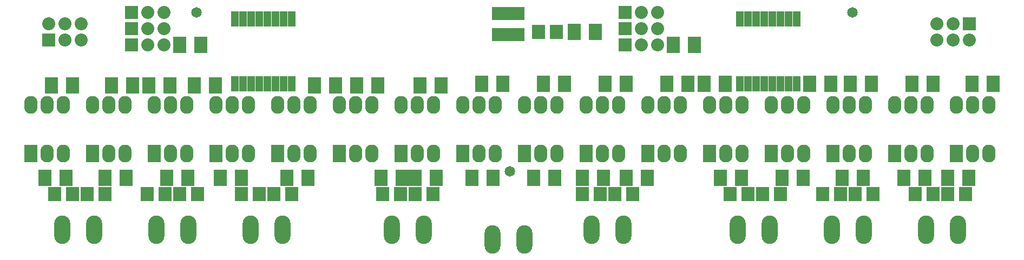
<source format=gts>
G04 (created by PCBNEW-RS274X (2012-01-19 BZR 3256)-stable) date mer. 09 mai 2012 21:58:05 CEST*
G01*
G70*
G90*
%MOIN*%
G04 Gerber Fmt 3.4, Leading zero omitted, Abs format*
%FSLAX34Y34*%
G04 APERTURE LIST*
%ADD10C,0.006000*%
%ADD11R,0.080000X0.080000*%
%ADD12C,0.080000*%
%ADD13R,0.080000X0.100000*%
%ADD14R,0.082000X0.110000*%
%ADD15O,0.082000X0.110000*%
%ADD16R,0.082900X0.090900*%
%ADD17O,0.098000X0.176000*%
%ADD18R,0.100000X0.080000*%
%ADD19R,0.045000X0.095000*%
%ADD20C,0.065000*%
G04 APERTURE END LIST*
G54D10*
G54D11*
X67300Y-47800D03*
G54D12*
X68300Y-47800D03*
X69300Y-47800D03*
G54D11*
X67300Y-46800D03*
G54D12*
X68300Y-46800D03*
X69300Y-46800D03*
G54D11*
X67300Y-45800D03*
G54D12*
X68300Y-45800D03*
X69300Y-45800D03*
G54D13*
X71550Y-47800D03*
X70250Y-47800D03*
G54D14*
X61100Y-54500D03*
G54D15*
X62100Y-54500D03*
X63100Y-54500D03*
X63100Y-51500D03*
X62100Y-51500D03*
X61100Y-51500D03*
G54D14*
X64900Y-54500D03*
G54D15*
X65900Y-54500D03*
X66900Y-54500D03*
X66900Y-51500D03*
X65900Y-51500D03*
X64900Y-51500D03*
G54D14*
X68700Y-54500D03*
G54D15*
X69700Y-54500D03*
X70700Y-54500D03*
X70700Y-51500D03*
X69700Y-51500D03*
X68700Y-51500D03*
G54D14*
X72500Y-54500D03*
G54D15*
X73500Y-54500D03*
X74500Y-54500D03*
X74500Y-51500D03*
X73500Y-51500D03*
X72500Y-51500D03*
G54D14*
X76300Y-54500D03*
G54D15*
X77300Y-54500D03*
X78300Y-54500D03*
X78300Y-51500D03*
X77300Y-51500D03*
X76300Y-51500D03*
G54D14*
X80100Y-54500D03*
G54D15*
X81100Y-54500D03*
X82100Y-54500D03*
X82100Y-51500D03*
X81100Y-51500D03*
X80100Y-51500D03*
G54D14*
X83900Y-54500D03*
G54D15*
X84900Y-54500D03*
X85900Y-54500D03*
X85900Y-51500D03*
X84900Y-51500D03*
X83900Y-51500D03*
G54D14*
X87700Y-54500D03*
G54D15*
X88700Y-54500D03*
X89700Y-54500D03*
X89700Y-51500D03*
X88700Y-51500D03*
X87700Y-51500D03*
G54D13*
X63550Y-50200D03*
X62250Y-50200D03*
X67350Y-50200D03*
X66050Y-50200D03*
X71150Y-50200D03*
X69850Y-50200D03*
X72150Y-50200D03*
X73450Y-50200D03*
X79950Y-50200D03*
X78650Y-50200D03*
X82450Y-50200D03*
X81150Y-50200D03*
X86250Y-50200D03*
X84950Y-50200D03*
X89950Y-50200D03*
X88650Y-50200D03*
X62950Y-56000D03*
X61650Y-56000D03*
X65950Y-56000D03*
X64650Y-56000D03*
X68650Y-56000D03*
X67350Y-56000D03*
X74450Y-56000D03*
X73150Y-56000D03*
X78250Y-56000D03*
X76950Y-56000D03*
X81950Y-56000D03*
X80650Y-56000D03*
X85750Y-56000D03*
X84450Y-56000D03*
X88450Y-56000D03*
X87150Y-56000D03*
X55650Y-56000D03*
X54350Y-56000D03*
X57850Y-56000D03*
X59150Y-56000D03*
G54D14*
X30700Y-54500D03*
G54D15*
X31700Y-54500D03*
X32700Y-54500D03*
X32700Y-51500D03*
X31700Y-51500D03*
X30700Y-51500D03*
G54D14*
X34500Y-54500D03*
G54D15*
X35500Y-54500D03*
X36500Y-54500D03*
X36500Y-51500D03*
X35500Y-51500D03*
X34500Y-51500D03*
G54D14*
X38300Y-54500D03*
G54D15*
X39300Y-54500D03*
X40300Y-54500D03*
X40300Y-51500D03*
X39300Y-51500D03*
X38300Y-51500D03*
G54D14*
X42100Y-54500D03*
G54D15*
X43100Y-54500D03*
X44100Y-54500D03*
X44100Y-51500D03*
X43100Y-51500D03*
X42100Y-51500D03*
G54D14*
X45900Y-54500D03*
G54D15*
X46900Y-54500D03*
X47900Y-54500D03*
X47900Y-51500D03*
X46900Y-51500D03*
X45900Y-51500D03*
G54D14*
X49700Y-54500D03*
G54D15*
X50700Y-54500D03*
X51700Y-54500D03*
X51700Y-51500D03*
X50700Y-51500D03*
X49700Y-51500D03*
G54D14*
X53500Y-54500D03*
G54D15*
X54500Y-54500D03*
X55500Y-54500D03*
X55500Y-51500D03*
X54500Y-51500D03*
X53500Y-51500D03*
G54D14*
X57300Y-54500D03*
G54D15*
X58300Y-54500D03*
X59300Y-54500D03*
X59300Y-51500D03*
X58300Y-51500D03*
X57300Y-51500D03*
G54D13*
X52250Y-56000D03*
X53550Y-56000D03*
X46450Y-56000D03*
X47750Y-56000D03*
X42350Y-56000D03*
X43650Y-56000D03*
X39050Y-56000D03*
X40350Y-56000D03*
X36550Y-56000D03*
X35250Y-56000D03*
X32850Y-56000D03*
X31550Y-56000D03*
X59750Y-50200D03*
X58450Y-50200D03*
X55950Y-50300D03*
X54650Y-50300D03*
X52050Y-50300D03*
X50750Y-50300D03*
X49450Y-50300D03*
X48150Y-50300D03*
X40750Y-50300D03*
X42050Y-50300D03*
X37950Y-50300D03*
X39250Y-50300D03*
X36950Y-50300D03*
X35650Y-50300D03*
X33250Y-50300D03*
X31950Y-50300D03*
G54D16*
X39841Y-57000D03*
X40959Y-57000D03*
X37841Y-57000D03*
X38959Y-57000D03*
X34141Y-57000D03*
X35259Y-57000D03*
X32141Y-57000D03*
X33259Y-57000D03*
G54D17*
X52910Y-59200D03*
X54880Y-59200D03*
X44210Y-59200D03*
X46180Y-59200D03*
X38410Y-59200D03*
X40380Y-59200D03*
X32610Y-59200D03*
X34580Y-59200D03*
X85810Y-59200D03*
X87780Y-59200D03*
X80010Y-59200D03*
X81980Y-59200D03*
X74210Y-59200D03*
X76180Y-59200D03*
X65210Y-59200D03*
X67180Y-59200D03*
G54D16*
X54341Y-57000D03*
X55459Y-57000D03*
X52341Y-57000D03*
X53459Y-57000D03*
X45641Y-57000D03*
X46759Y-57000D03*
X43641Y-57000D03*
X44759Y-57000D03*
X87141Y-57000D03*
X88259Y-57000D03*
X85141Y-57000D03*
X86259Y-57000D03*
X81441Y-57000D03*
X82559Y-57000D03*
X79441Y-57000D03*
X80559Y-57000D03*
X75741Y-57000D03*
X76859Y-57000D03*
X73741Y-57000D03*
X74859Y-57000D03*
X66641Y-57000D03*
X67759Y-57000D03*
X64641Y-57000D03*
X65759Y-57000D03*
G54D18*
X60600Y-45850D03*
X60600Y-47150D03*
X59600Y-45850D03*
X59600Y-47150D03*
G54D11*
X31800Y-47500D03*
G54D12*
X31800Y-46500D03*
X32800Y-47500D03*
X32800Y-46500D03*
X33800Y-47500D03*
X33800Y-46500D03*
G54D11*
X88500Y-46500D03*
G54D12*
X88500Y-47500D03*
X87500Y-46500D03*
X87500Y-47500D03*
X86500Y-46500D03*
X86500Y-47500D03*
G54D17*
X59110Y-59800D03*
X61080Y-59800D03*
G54D11*
X36900Y-47800D03*
G54D12*
X37900Y-47800D03*
X38900Y-47800D03*
G54D11*
X36900Y-46800D03*
G54D12*
X37900Y-46800D03*
X38900Y-46800D03*
G54D11*
X36900Y-45800D03*
G54D12*
X37900Y-45800D03*
X38900Y-45800D03*
G54D13*
X41150Y-47800D03*
X39850Y-47800D03*
G54D19*
X46750Y-46200D03*
X46250Y-46200D03*
X45750Y-46200D03*
X45250Y-46200D03*
X44750Y-46200D03*
X44250Y-46200D03*
X43750Y-46200D03*
X43250Y-46200D03*
X43250Y-50200D03*
X43750Y-50200D03*
X44250Y-50200D03*
X44750Y-50200D03*
X45250Y-50200D03*
X45750Y-50200D03*
X46250Y-50200D03*
X46750Y-50200D03*
X77850Y-46200D03*
X77350Y-46200D03*
X76850Y-46200D03*
X76350Y-46200D03*
X75850Y-46200D03*
X75350Y-46200D03*
X74850Y-46200D03*
X74350Y-46200D03*
X74350Y-50200D03*
X74850Y-50200D03*
X75350Y-50200D03*
X75850Y-50200D03*
X76350Y-50200D03*
X76850Y-50200D03*
X77350Y-50200D03*
X77850Y-50200D03*
G54D13*
X64150Y-47000D03*
X65450Y-47000D03*
G54D16*
X61941Y-47000D03*
X63059Y-47000D03*
G54D20*
X81300Y-45800D03*
X40900Y-45800D03*
X60200Y-55600D03*
M02*

</source>
